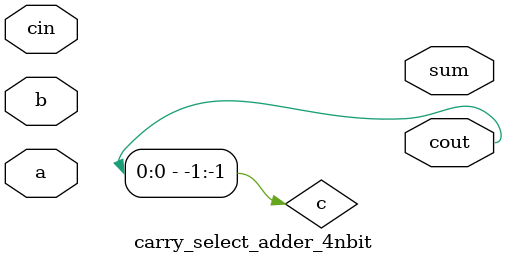
<source format=v>
module carry_select_adder_4nbit(a,b,cin,sum,cout);
parameter n = 1;
input [n-1:0]a,b;
input cin;
output [n-1:0]sum;
output cout;
genvar i;
wire [(n/4)-1:0]c;
generate
    for (i = 0; i < n/4 ; i = i+1)
    begin
        if (i == 0)
        begin
            carry_select_adder_4bit A1(a[(4*i)+3:(4*i)],b[(4*i)+3:4*i],cin,sum[(4*i)+3:4*i],c[i]);
        end
        else
        begin
            carry_select_adder_4bit A1(a[(4*i)+3:(4*i)],b[(4*i)+3:4*i],c[i-1],sum[(4*i)+3:4*i],c[i]);
        end
    end
endgenerate
assign cout = c[(n/4)-1];
endmodule

</source>
